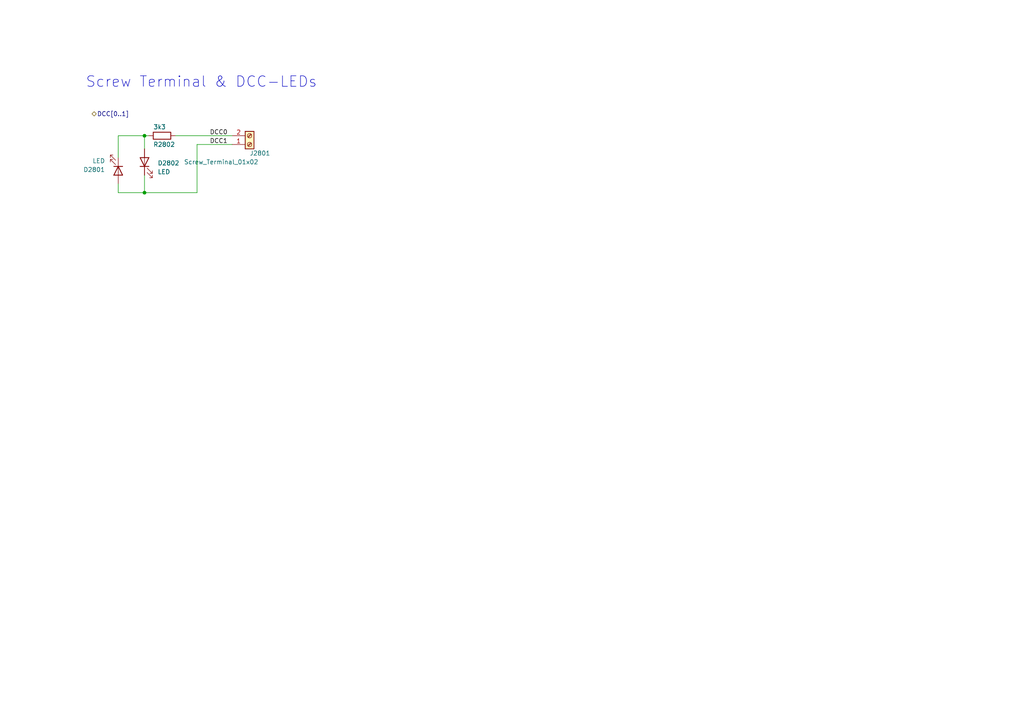
<source format=kicad_sch>
(kicad_sch (version 20231120) (generator "eeschema") (generator_version "8.0")
  (paper "A4")
  (lib_symbols
    (symbol "Connector:Screw_Terminal_01x02" (pin_names (offset 1.016) hide)
      (property "Reference" "J" (at 0 2.54 0))
      (property "Value" "Screw_Terminal_01x02" (at 0 -5.08 0))
      (symbol "Screw_Terminal_01x02_1_1"
        (rectangle (start -1.27 1.27) (end 1.27 -3.81) (stroke (width 0.254)) (fill (type background)))
        (circle (center 0 -2.54) (radius 0.635) (stroke (width 0.1524)))
        (polyline (pts (xy -0.5334 -2.2098) (xy 0.3302 -3.048)) (stroke (width 0.1524)))
        (polyline (pts (xy -0.5334 0.3302) (xy 0.3302 -0.508)) (stroke (width 0.1524)))
        (polyline (pts (xy -0.3556 -2.032) (xy 0.508 -2.8702)) (stroke (width 0.1524)))
        (polyline (pts (xy -0.3556 0.508) (xy 0.508 -0.3302)) (stroke (width 0.1524)))
        (circle (center 0 0) (radius 0.635) (stroke (width 0.1524)))
        (pin passive line (at -5.08 0 0) (length 3.81) (name "Pin_1") (number "1"))
        (pin passive line (at -5.08 -2.54 0) (length 3.81) (name "Pin_2") (number "2"))
      )
    )
    (symbol "Device:LED" (pin_numbers hide) (pin_names (offset 1.016) hide)
      (property "Reference" "D" (at 0 2.54 0))
      (property "Value" "LED" (at 0 -2.54 0))
      (symbol "LED_0_1"
        (polyline (pts (xy -1.27 -1.27) (xy -1.27 1.27)) (stroke (width 0.254)))
        (polyline (pts (xy -1.27 0) (xy 1.27 0)))
        (polyline (pts (xy 1.27 -1.27) (xy 1.27 1.27) (xy -1.27 0) (xy 1.27 -1.27)) (stroke (width 0.254)))
        (polyline (pts (xy -3.048 -0.762) (xy -4.572 -2.286) (xy -3.81 -2.286) (xy -4.572 -2.286) (xy -4.572 -1.524)))
        (polyline (pts (xy -1.778 -0.762) (xy -3.302 -2.286) (xy -2.54 -2.286) (xy -3.302 -2.286) (xy -3.302 -1.524)))
      )
      (symbol "LED_1_1"
        (pin passive line (at -3.81 0 0) (length 2.54) (name "K") (number "1"))
        (pin passive line (at 3.81 0 180) (length 2.54) (name "A") (number "2"))
      )
    )
    (symbol "Device:R" (pin_numbers hide) (pin_names (offset 0))
      (property "Reference" "R" (at 2.032 0 90))
      (property "Value" "R" (at 0 0 90))
      (symbol "R_0_1"
        (rectangle (start -1.016 -2.54) (end 1.016 2.54) (stroke (width 0.254)))
      )
      (symbol "R_1_1"
        (pin passive line (at 0 3.81 270) (length 1.27) (name "~") (number "1"))
        (pin passive line (at 0 -3.81 90) (length 1.27) (name "~") (number "2"))
      )
    )
  )
  (junction (at 41.91 55.88))
  (junction (at 41.91 39.37))
  (wire (pts (xy 41.91 55.88) (xy 34.29 55.88)))
  (wire (pts (xy 43.18 39.37) (xy 41.91 39.37)))
  (wire (pts (xy 67.31 41.91) (xy 57.15 41.91)))
  (wire (pts (xy 41.91 39.37) (xy 41.91 43.18)))
  (wire (pts (xy 34.29 55.88) (xy 34.29 53.34)))
  (wire (pts (xy 57.15 41.91) (xy 57.15 55.88)))
  (wire (pts (xy 67.31 39.37) (xy 50.8 39.37)))
  (wire (pts (xy 57.15 55.88) (xy 41.91 55.88)))
  (wire (pts (xy 34.29 39.37) (xy 34.29 45.72)))
  (wire (pts (xy 41.91 55.88) (xy 41.91 50.8)))
  (wire (pts (xy 41.91 39.37) (xy 34.29 39.37)))
  (text "Screw Terminal & DCC-LEDs" (at 58.42 23.876 0) (effects (font (size 3.048 3.048))))
  (label "DCC0" (at 66.04 39.37 180))
  (label "DCC1" (at 66.04 41.91 180))
  (hierarchical_label "DCC[0..1]" (shape bidirectional) (at 26.67 33.02 0))
  (symbol (lib_id "Connector:Screw_Terminal_01x02") (at 72.39 41.91 0) (mirror x) (unit 1)
    (property "Reference" "J2801" (at 72.39 44.45 0) (effects (justify left)))
    (property "Value" "Screw_Terminal_01x02" (at 53.34 46.99 0) (effects (justify left)))
    (property "Footprint" "TerminalBlock:TerminalBlock_bornier-2_P5.08mm" (effects (hide yes)))
    (property "Description" "Generic screw terminal, single row, 01x02, script generated (kicad-library-utils/schlib/autogen/connector/)" (effects (hide yes)))
    (property "OLI_ID" "Spring_Terminal_01x02" (effects (hide yes)))
  )
  (symbol (lib_id "Device:LED") (at 34.29 49.53 270) (unit 1)
    (property "Reference" "D2801" (at 30.48 49.2125 90) (effects (justify right)))
    (property "Value" "LED" (at 30.48 46.6725 90) (effects (justify right)))
    (property "Footprint" "LED_SMD:LED_0603_1608Metric_Pad1.05x0.95mm_HandSolder" (effects (hide yes)))
    (property "Description" "Light emitting diode" (effects (hide yes)))
    (property "OLI_ID" "LED-RED_0603" (effects (hide yes)))
  )
  (symbol (lib_id "Device:R") (at 46.99 39.37 270) (unit 1)
    (property "Reference" "R2802" (at 44.45 41.91 90) (effects (justify left)))
    (property "Value" "3k3" (at 44.45 36.83 90) (effects (justify left)))
    (property "Footprint" "Resistor_SMD:R_0805_2012Metric_Pad1.20x1.40mm_HandSolder" (effects (hide yes)))
    (property "Description" "Resistor" (effects (hide yes)))
    (property "OLI_ID" "3k3_0805" (effects (hide yes)))
  )
  (symbol (lib_id "Device:LED") (at 41.91 46.99 90) (unit 1)
    (property "Reference" "D2802" (at 45.72 47.3075 90) (effects (justify right)))
    (property "Value" "LED" (at 45.72 49.8475 90) (effects (justify right)))
    (property "Footprint" "LED_SMD:LED_0603_1608Metric_Pad1.05x0.95mm_HandSolder" (effects (hide yes)))
    (property "Description" "Light emitting diode" (effects (hide yes)))
    (property "OLI_ID" "LED-RED_0603" (effects (hide yes)))
  )
)
</source>
